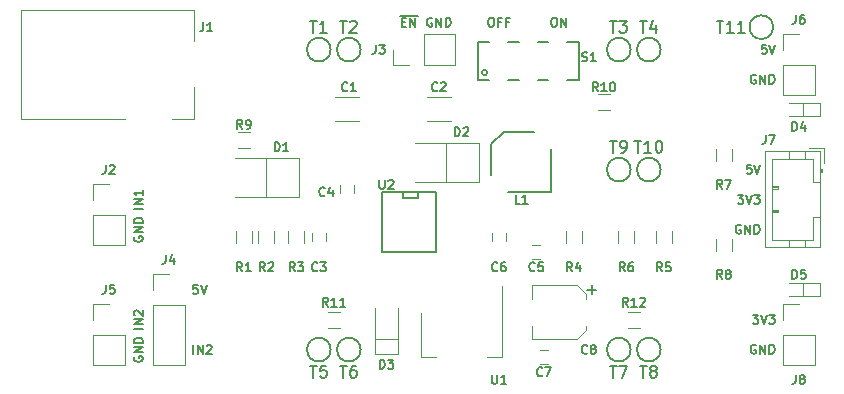
<source format=gto>
G04 #@! TF.FileFunction,Legend,Top*
%FSLAX46Y46*%
G04 Gerber Fmt 4.6, Leading zero omitted, Abs format (unit mm)*
G04 Created by KiCad (PCBNEW 4.0.6) date 08/14/17 09:10:16*
%MOMM*%
%LPD*%
G01*
G04 APERTURE LIST*
%ADD10C,0.100000*%
%ADD11C,0.127000*%
%ADD12C,0.120000*%
%ADD13C,0.150000*%
G04 APERTURE END LIST*
D10*
D11*
X146594285Y-124296714D02*
X146739428Y-124296714D01*
X146812000Y-124333000D01*
X146884571Y-124405571D01*
X146920857Y-124550714D01*
X146920857Y-124804714D01*
X146884571Y-124949857D01*
X146812000Y-125022429D01*
X146739428Y-125058714D01*
X146594285Y-125058714D01*
X146521714Y-125022429D01*
X146449143Y-124949857D01*
X146412857Y-124804714D01*
X146412857Y-124550714D01*
X146449143Y-124405571D01*
X146521714Y-124333000D01*
X146594285Y-124296714D01*
X147501429Y-124659571D02*
X147247429Y-124659571D01*
X147247429Y-125058714D02*
X147247429Y-124296714D01*
X147610286Y-124296714D01*
X148154572Y-124659571D02*
X147900572Y-124659571D01*
X147900572Y-125058714D02*
X147900572Y-124296714D01*
X148263429Y-124296714D01*
X151928285Y-124296714D02*
X152073428Y-124296714D01*
X152146000Y-124333000D01*
X152218571Y-124405571D01*
X152254857Y-124550714D01*
X152254857Y-124804714D01*
X152218571Y-124949857D01*
X152146000Y-125022429D01*
X152073428Y-125058714D01*
X151928285Y-125058714D01*
X151855714Y-125022429D01*
X151783143Y-124949857D01*
X151746857Y-124804714D01*
X151746857Y-124550714D01*
X151783143Y-124405571D01*
X151855714Y-124333000D01*
X151928285Y-124296714D01*
X152581429Y-125058714D02*
X152581429Y-124296714D01*
X153016857Y-125058714D01*
X153016857Y-124296714D01*
X121466429Y-152744714D02*
X121466429Y-151982714D01*
X121829286Y-152744714D02*
X121829286Y-151982714D01*
X122264714Y-152744714D01*
X122264714Y-151982714D01*
X122591286Y-152055286D02*
X122627572Y-152019000D01*
X122700143Y-151982714D01*
X122881572Y-151982714D01*
X122954143Y-152019000D01*
X122990429Y-152055286D01*
X123026714Y-152127857D01*
X123026714Y-152200429D01*
X122990429Y-152309286D01*
X122555000Y-152744714D01*
X123026714Y-152744714D01*
X121829286Y-146902714D02*
X121466429Y-146902714D01*
X121430143Y-147265571D01*
X121466429Y-147229286D01*
X121539000Y-147193000D01*
X121720429Y-147193000D01*
X121793000Y-147229286D01*
X121829286Y-147265571D01*
X121865571Y-147338143D01*
X121865571Y-147519571D01*
X121829286Y-147592143D01*
X121793000Y-147628429D01*
X121720429Y-147664714D01*
X121539000Y-147664714D01*
X121466429Y-147628429D01*
X121430143Y-147592143D01*
X122083285Y-146902714D02*
X122337285Y-147664714D01*
X122591285Y-146902714D01*
X167803285Y-141859000D02*
X167730714Y-141822714D01*
X167621857Y-141822714D01*
X167513000Y-141859000D01*
X167440428Y-141931571D01*
X167404143Y-142004143D01*
X167367857Y-142149286D01*
X167367857Y-142258143D01*
X167404143Y-142403286D01*
X167440428Y-142475857D01*
X167513000Y-142548429D01*
X167621857Y-142584714D01*
X167694428Y-142584714D01*
X167803285Y-142548429D01*
X167839571Y-142512143D01*
X167839571Y-142258143D01*
X167694428Y-142258143D01*
X168166143Y-142584714D02*
X168166143Y-141822714D01*
X168601571Y-142584714D01*
X168601571Y-141822714D01*
X168964429Y-142584714D02*
X168964429Y-141822714D01*
X169145857Y-141822714D01*
X169254714Y-141859000D01*
X169327286Y-141931571D01*
X169363571Y-142004143D01*
X169399857Y-142149286D01*
X169399857Y-142258143D01*
X169363571Y-142403286D01*
X169327286Y-142475857D01*
X169254714Y-142548429D01*
X169145857Y-142584714D01*
X168964429Y-142584714D01*
X169980429Y-126582714D02*
X169617572Y-126582714D01*
X169581286Y-126945571D01*
X169617572Y-126909286D01*
X169690143Y-126873000D01*
X169871572Y-126873000D01*
X169944143Y-126909286D01*
X169980429Y-126945571D01*
X170016714Y-127018143D01*
X170016714Y-127199571D01*
X169980429Y-127272143D01*
X169944143Y-127308429D01*
X169871572Y-127344714D01*
X169690143Y-127344714D01*
X169617572Y-127308429D01*
X169581286Y-127272143D01*
X170234428Y-126582714D02*
X170488428Y-127344714D01*
X170742428Y-126582714D01*
X168710429Y-136742714D02*
X168347572Y-136742714D01*
X168311286Y-137105571D01*
X168347572Y-137069286D01*
X168420143Y-137033000D01*
X168601572Y-137033000D01*
X168674143Y-137069286D01*
X168710429Y-137105571D01*
X168746714Y-137178143D01*
X168746714Y-137359571D01*
X168710429Y-137432143D01*
X168674143Y-137468429D01*
X168601572Y-137504714D01*
X168420143Y-137504714D01*
X168347572Y-137468429D01*
X168311286Y-137432143D01*
X168964428Y-136742714D02*
X169218428Y-137504714D01*
X169472428Y-136742714D01*
X169073285Y-129159000D02*
X169000714Y-129122714D01*
X168891857Y-129122714D01*
X168783000Y-129159000D01*
X168710428Y-129231571D01*
X168674143Y-129304143D01*
X168637857Y-129449286D01*
X168637857Y-129558143D01*
X168674143Y-129703286D01*
X168710428Y-129775857D01*
X168783000Y-129848429D01*
X168891857Y-129884714D01*
X168964428Y-129884714D01*
X169073285Y-129848429D01*
X169109571Y-129812143D01*
X169109571Y-129558143D01*
X168964428Y-129558143D01*
X169436143Y-129884714D02*
X169436143Y-129122714D01*
X169871571Y-129884714D01*
X169871571Y-129122714D01*
X170234429Y-129884714D02*
X170234429Y-129122714D01*
X170415857Y-129122714D01*
X170524714Y-129159000D01*
X170597286Y-129231571D01*
X170633571Y-129304143D01*
X170669857Y-129449286D01*
X170669857Y-129558143D01*
X170633571Y-129703286D01*
X170597286Y-129775857D01*
X170524714Y-129848429D01*
X170415857Y-129884714D01*
X170234429Y-129884714D01*
X167549286Y-139282714D02*
X168021000Y-139282714D01*
X167767000Y-139573000D01*
X167875858Y-139573000D01*
X167948429Y-139609286D01*
X167984715Y-139645571D01*
X168021000Y-139718143D01*
X168021000Y-139899571D01*
X167984715Y-139972143D01*
X167948429Y-140008429D01*
X167875858Y-140044714D01*
X167658143Y-140044714D01*
X167585572Y-140008429D01*
X167549286Y-139972143D01*
X168238714Y-139282714D02*
X168492714Y-140044714D01*
X168746714Y-139282714D01*
X168928143Y-139282714D02*
X169399857Y-139282714D01*
X169145857Y-139573000D01*
X169254715Y-139573000D01*
X169327286Y-139609286D01*
X169363572Y-139645571D01*
X169399857Y-139718143D01*
X169399857Y-139899571D01*
X169363572Y-139972143D01*
X169327286Y-140008429D01*
X169254715Y-140044714D01*
X169037000Y-140044714D01*
X168964429Y-140008429D01*
X168928143Y-139972143D01*
X168819286Y-149442714D02*
X169291000Y-149442714D01*
X169037000Y-149733000D01*
X169145858Y-149733000D01*
X169218429Y-149769286D01*
X169254715Y-149805571D01*
X169291000Y-149878143D01*
X169291000Y-150059571D01*
X169254715Y-150132143D01*
X169218429Y-150168429D01*
X169145858Y-150204714D01*
X168928143Y-150204714D01*
X168855572Y-150168429D01*
X168819286Y-150132143D01*
X169508714Y-149442714D02*
X169762714Y-150204714D01*
X170016714Y-149442714D01*
X170198143Y-149442714D02*
X170669857Y-149442714D01*
X170415857Y-149733000D01*
X170524715Y-149733000D01*
X170597286Y-149769286D01*
X170633572Y-149805571D01*
X170669857Y-149878143D01*
X170669857Y-150059571D01*
X170633572Y-150132143D01*
X170597286Y-150168429D01*
X170524715Y-150204714D01*
X170307000Y-150204714D01*
X170234429Y-150168429D01*
X170198143Y-150132143D01*
X169073285Y-152019000D02*
X169000714Y-151982714D01*
X168891857Y-151982714D01*
X168783000Y-152019000D01*
X168710428Y-152091571D01*
X168674143Y-152164143D01*
X168637857Y-152309286D01*
X168637857Y-152418143D01*
X168674143Y-152563286D01*
X168710428Y-152635857D01*
X168783000Y-152708429D01*
X168891857Y-152744714D01*
X168964428Y-152744714D01*
X169073285Y-152708429D01*
X169109571Y-152672143D01*
X169109571Y-152418143D01*
X168964428Y-152418143D01*
X169436143Y-152744714D02*
X169436143Y-151982714D01*
X169871571Y-152744714D01*
X169871571Y-151982714D01*
X170234429Y-152744714D02*
X170234429Y-151982714D01*
X170415857Y-151982714D01*
X170524714Y-152019000D01*
X170597286Y-152091571D01*
X170633571Y-152164143D01*
X170669857Y-152309286D01*
X170669857Y-152418143D01*
X170633571Y-152563286D01*
X170597286Y-152635857D01*
X170524714Y-152708429D01*
X170415857Y-152744714D01*
X170234429Y-152744714D01*
X141659428Y-124333000D02*
X141586857Y-124296714D01*
X141478000Y-124296714D01*
X141369143Y-124333000D01*
X141296571Y-124405571D01*
X141260286Y-124478143D01*
X141224000Y-124623286D01*
X141224000Y-124732143D01*
X141260286Y-124877286D01*
X141296571Y-124949857D01*
X141369143Y-125022429D01*
X141478000Y-125058714D01*
X141550571Y-125058714D01*
X141659428Y-125022429D01*
X141695714Y-124986143D01*
X141695714Y-124732143D01*
X141550571Y-124732143D01*
X142022286Y-125058714D02*
X142022286Y-124296714D01*
X142457714Y-125058714D01*
X142457714Y-124296714D01*
X142820572Y-125058714D02*
X142820572Y-124296714D01*
X143002000Y-124296714D01*
X143110857Y-124333000D01*
X143183429Y-124405571D01*
X143219714Y-124478143D01*
X143256000Y-124623286D01*
X143256000Y-124732143D01*
X143219714Y-124877286D01*
X143183429Y-124949857D01*
X143110857Y-125022429D01*
X143002000Y-125058714D01*
X142820572Y-125058714D01*
X139137572Y-124659571D02*
X139391572Y-124659571D01*
X139500429Y-125058714D02*
X139137572Y-125058714D01*
X139137572Y-124296714D01*
X139500429Y-124296714D01*
X139827001Y-125058714D02*
X139827001Y-124296714D01*
X140262429Y-125058714D01*
X140262429Y-124296714D01*
X138956143Y-124165360D02*
X140443858Y-124165360D01*
X117184714Y-140461999D02*
X116422714Y-140461999D01*
X117184714Y-140099142D02*
X116422714Y-140099142D01*
X117184714Y-139663714D01*
X116422714Y-139663714D01*
X117184714Y-138901714D02*
X117184714Y-139337142D01*
X117184714Y-139119428D02*
X116422714Y-139119428D01*
X116531571Y-139191999D01*
X116604143Y-139264571D01*
X116640429Y-139337142D01*
X117184714Y-150621999D02*
X116422714Y-150621999D01*
X117184714Y-150259142D02*
X116422714Y-150259142D01*
X117184714Y-149823714D01*
X116422714Y-149823714D01*
X116495286Y-149497142D02*
X116459000Y-149460856D01*
X116422714Y-149388285D01*
X116422714Y-149206856D01*
X116459000Y-149134285D01*
X116495286Y-149097999D01*
X116567857Y-149061714D01*
X116640429Y-149061714D01*
X116749286Y-149097999D01*
X117184714Y-149533428D01*
X117184714Y-149061714D01*
X116459000Y-152980572D02*
X116422714Y-153053143D01*
X116422714Y-153162000D01*
X116459000Y-153270857D01*
X116531571Y-153343429D01*
X116604143Y-153379714D01*
X116749286Y-153416000D01*
X116858143Y-153416000D01*
X117003286Y-153379714D01*
X117075857Y-153343429D01*
X117148429Y-153270857D01*
X117184714Y-153162000D01*
X117184714Y-153089429D01*
X117148429Y-152980572D01*
X117112143Y-152944286D01*
X116858143Y-152944286D01*
X116858143Y-153089429D01*
X117184714Y-152617714D02*
X116422714Y-152617714D01*
X117184714Y-152182286D01*
X116422714Y-152182286D01*
X117184714Y-151819428D02*
X116422714Y-151819428D01*
X116422714Y-151638000D01*
X116459000Y-151529143D01*
X116531571Y-151456571D01*
X116604143Y-151420286D01*
X116749286Y-151384000D01*
X116858143Y-151384000D01*
X117003286Y-151420286D01*
X117075857Y-151456571D01*
X117148429Y-151529143D01*
X117184714Y-151638000D01*
X117184714Y-151819428D01*
X116459000Y-142820572D02*
X116422714Y-142893143D01*
X116422714Y-143002000D01*
X116459000Y-143110857D01*
X116531571Y-143183429D01*
X116604143Y-143219714D01*
X116749286Y-143256000D01*
X116858143Y-143256000D01*
X117003286Y-143219714D01*
X117075857Y-143183429D01*
X117148429Y-143110857D01*
X117184714Y-143002000D01*
X117184714Y-142929429D01*
X117148429Y-142820572D01*
X117112143Y-142784286D01*
X116858143Y-142784286D01*
X116858143Y-142929429D01*
X117184714Y-142457714D02*
X116422714Y-142457714D01*
X117184714Y-142022286D01*
X116422714Y-142022286D01*
X117184714Y-141659428D02*
X116422714Y-141659428D01*
X116422714Y-141478000D01*
X116459000Y-141369143D01*
X116531571Y-141296571D01*
X116604143Y-141260286D01*
X116749286Y-141224000D01*
X116858143Y-141224000D01*
X117003286Y-141260286D01*
X117075857Y-141296571D01*
X117148429Y-141369143D01*
X117184714Y-141478000D01*
X117184714Y-141659428D01*
D12*
X173101000Y-147828000D02*
X173101000Y-146812000D01*
X174520000Y-147870000D02*
X174520000Y-146770000D01*
X174520000Y-146770000D02*
X171920000Y-146770000D01*
X174520000Y-147870000D02*
X171920000Y-147870000D01*
D13*
X146675000Y-135025000D02*
X146675000Y-137625000D01*
X146675000Y-135025000D02*
X147725000Y-133975000D01*
X147725000Y-133975000D02*
X150325000Y-133975000D01*
X151775000Y-139075000D02*
X151775000Y-135375000D01*
X151775000Y-139075000D02*
X148075000Y-139075000D01*
X141986000Y-139065000D02*
X141986000Y-144145000D01*
X141986000Y-144145000D02*
X137414000Y-144145000D01*
X137414000Y-144145000D02*
X137414000Y-139065000D01*
X137414000Y-139065000D02*
X141986000Y-139065000D01*
X140462000Y-139065000D02*
X140462000Y-139573000D01*
X140462000Y-139573000D02*
X139192000Y-139573000D01*
X139192000Y-139573000D02*
X139192000Y-139065000D01*
D12*
X132680000Y-142525000D02*
X132680000Y-143225000D01*
X131480000Y-143225000D02*
X131480000Y-142525000D01*
X135093000Y-138461000D02*
X135093000Y-139161000D01*
X133893000Y-139161000D02*
X133893000Y-138461000D01*
X150145000Y-143545000D02*
X150845000Y-143545000D01*
X150845000Y-144745000D02*
X150145000Y-144745000D01*
X146720000Y-143225000D02*
X146720000Y-142525000D01*
X147920000Y-142525000D02*
X147920000Y-143225000D01*
X150780000Y-152435000D02*
X151480000Y-152435000D01*
X151480000Y-153635000D02*
X150780000Y-153635000D01*
X150110000Y-151525000D02*
X150110000Y-150355000D01*
X150110000Y-146955000D02*
X150110000Y-148125000D01*
X154690000Y-147715000D02*
X154690000Y-148125000D01*
X154690000Y-150765000D02*
X154690000Y-150355000D01*
X153920000Y-151525000D02*
X150110000Y-151525000D01*
X153920000Y-151525000D02*
X154690000Y-150765000D01*
X153920000Y-146955000D02*
X150110000Y-146955000D01*
X153920000Y-146955000D02*
X154690000Y-147715000D01*
X112970000Y-140970000D02*
X112970000Y-143570000D01*
X112970000Y-143570000D02*
X115630000Y-143570000D01*
X115630000Y-143570000D02*
X115630000Y-140970000D01*
X115630000Y-140970000D02*
X112970000Y-140970000D01*
X112970000Y-139700000D02*
X112970000Y-138370000D01*
X112970000Y-138370000D02*
X114300000Y-138370000D01*
X140970000Y-128330000D02*
X143570000Y-128330000D01*
X143570000Y-128330000D02*
X143570000Y-125670000D01*
X143570000Y-125670000D02*
X140970000Y-125670000D01*
X140970000Y-125670000D02*
X140970000Y-128330000D01*
X139700000Y-128330000D02*
X138370000Y-128330000D01*
X138370000Y-128330000D02*
X138370000Y-127000000D01*
X118050000Y-148590000D02*
X118050000Y-153730000D01*
X118050000Y-153730000D02*
X120710000Y-153730000D01*
X120710000Y-153730000D02*
X120710000Y-148590000D01*
X120710000Y-148590000D02*
X118050000Y-148590000D01*
X118050000Y-147320000D02*
X118050000Y-145990000D01*
X118050000Y-145990000D02*
X119380000Y-145990000D01*
X112970000Y-151130000D02*
X112970000Y-153730000D01*
X112970000Y-153730000D02*
X115630000Y-153730000D01*
X115630000Y-153730000D02*
X115630000Y-151130000D01*
X115630000Y-151130000D02*
X112970000Y-151130000D01*
X112970000Y-149860000D02*
X112970000Y-148530000D01*
X112970000Y-148530000D02*
X114300000Y-148530000D01*
X171390000Y-128270000D02*
X171390000Y-130870000D01*
X171390000Y-130870000D02*
X174050000Y-130870000D01*
X174050000Y-130870000D02*
X174050000Y-128270000D01*
X174050000Y-128270000D02*
X171390000Y-128270000D01*
X171390000Y-127000000D02*
X171390000Y-125670000D01*
X171390000Y-125670000D02*
X172720000Y-125670000D01*
X171390000Y-151130000D02*
X171390000Y-153730000D01*
X171390000Y-153730000D02*
X174050000Y-153730000D01*
X174050000Y-153730000D02*
X174050000Y-151130000D01*
X174050000Y-151130000D02*
X171390000Y-151130000D01*
X171390000Y-149860000D02*
X171390000Y-148530000D01*
X171390000Y-148530000D02*
X172720000Y-148530000D01*
D13*
X146343607Y-128940000D02*
G75*
G03X146343607Y-128940000I-223607J0D01*
G01*
X153120000Y-129540000D02*
X154070000Y-129540000D01*
X154070000Y-129540000D02*
X154070000Y-126340000D01*
X154070000Y-126340000D02*
X153120000Y-126340000D01*
X146520000Y-126340000D02*
X145570000Y-126340000D01*
X145570000Y-126340000D02*
X145570000Y-129540000D01*
X145570000Y-129540000D02*
X146520000Y-129540000D01*
X150620000Y-126340000D02*
X151520000Y-126340000D01*
X150620000Y-129540000D02*
X151520000Y-129540000D01*
X148120000Y-126340000D02*
X149020000Y-126340000D01*
X148120000Y-129540000D02*
X148920000Y-129540000D01*
X148920000Y-129540000D02*
X149020000Y-129540000D01*
X133080000Y-127000000D02*
G75*
G03X133080000Y-127000000I-1000000J0D01*
G01*
X135620000Y-127000000D02*
G75*
G03X135620000Y-127000000I-1000000J0D01*
G01*
X158480000Y-127000000D02*
G75*
G03X158480000Y-127000000I-1000000J0D01*
G01*
X161020000Y-127000000D02*
G75*
G03X161020000Y-127000000I-1000000J0D01*
G01*
X133080000Y-152400000D02*
G75*
G03X133080000Y-152400000I-1000000J0D01*
G01*
X135620000Y-152400000D02*
G75*
G03X135620000Y-152400000I-1000000J0D01*
G01*
X158480000Y-152400000D02*
G75*
G03X158480000Y-152400000I-1000000J0D01*
G01*
X161020000Y-152400000D02*
G75*
G03X161020000Y-152400000I-1000000J0D01*
G01*
X158480000Y-137160000D02*
G75*
G03X158480000Y-137160000I-1000000J0D01*
G01*
D12*
X140735000Y-153040000D02*
X141995000Y-153040000D01*
X147555000Y-153040000D02*
X146295000Y-153040000D01*
X140735000Y-149280000D02*
X140735000Y-153040000D01*
X147555000Y-147030000D02*
X147555000Y-153040000D01*
D13*
X161020000Y-137160000D02*
G75*
G03X161020000Y-137160000I-1000000J0D01*
G01*
X170545000Y-125095000D02*
G75*
G03X170545000Y-125095000I-1000000J0D01*
G01*
D12*
X142846000Y-138175000D02*
X142846000Y-134875000D01*
X145640000Y-138175000D02*
X145640000Y-134875000D01*
X145640000Y-134875000D02*
X140240000Y-134875000D01*
X145640000Y-138175000D02*
X140240000Y-138175000D01*
X127606000Y-139445000D02*
X127606000Y-136145000D01*
X130400000Y-139445000D02*
X130400000Y-136145000D01*
X130400000Y-136145000D02*
X125000000Y-136145000D01*
X130400000Y-139445000D02*
X125000000Y-139445000D01*
X136795000Y-151475000D02*
X138795000Y-151475000D01*
X136795000Y-152745000D02*
X138795000Y-152745000D01*
X138795000Y-152745000D02*
X138795000Y-148845000D01*
X136795000Y-152745000D02*
X136795000Y-148845000D01*
X159250000Y-150540000D02*
X158250000Y-150540000D01*
X158250000Y-149180000D02*
X159250000Y-149180000D01*
X133850000Y-150540000D02*
X132850000Y-150540000D01*
X132850000Y-149180000D02*
X133850000Y-149180000D01*
X156710000Y-132125000D02*
X155710000Y-132125000D01*
X155710000Y-130765000D02*
X156710000Y-130765000D01*
X126230000Y-135300000D02*
X125230000Y-135300000D01*
X125230000Y-133940000D02*
X126230000Y-133940000D01*
X167050000Y-143010000D02*
X167050000Y-144010000D01*
X165690000Y-144010000D02*
X165690000Y-143010000D01*
X165690000Y-136390000D02*
X165690000Y-135390000D01*
X167050000Y-135390000D02*
X167050000Y-136390000D01*
X157435000Y-143375000D02*
X157435000Y-142375000D01*
X158795000Y-142375000D02*
X158795000Y-143375000D01*
X161970000Y-142375000D02*
X161970000Y-143375000D01*
X160610000Y-143375000D02*
X160610000Y-142375000D01*
X152990000Y-143375000D02*
X152990000Y-142375000D01*
X154350000Y-142375000D02*
X154350000Y-143375000D01*
X130855000Y-142375000D02*
X130855000Y-143375000D01*
X129495000Y-143375000D02*
X129495000Y-142375000D01*
X128315000Y-142375000D02*
X128315000Y-143375000D01*
X126955000Y-143375000D02*
X126955000Y-142375000D01*
X125050000Y-143375000D02*
X125050000Y-142375000D01*
X126410000Y-142375000D02*
X126410000Y-143375000D01*
X135467600Y-131009200D02*
X133467600Y-131009200D01*
X133467600Y-133049200D02*
X135467600Y-133049200D01*
X141240000Y-133049200D02*
X143240000Y-133049200D01*
X143240000Y-131009200D02*
X141240000Y-131009200D01*
X173101000Y-132588000D02*
X173101000Y-131572000D01*
X174520000Y-132630000D02*
X174520000Y-131530000D01*
X174520000Y-131530000D02*
X171920000Y-131530000D01*
X174520000Y-132630000D02*
X171920000Y-132630000D01*
X174520000Y-135618000D02*
X169820000Y-135618000D01*
X169820000Y-135618000D02*
X169820000Y-143718000D01*
X169820000Y-143718000D02*
X174520000Y-143718000D01*
X174520000Y-143718000D02*
X174520000Y-135618000D01*
X174520000Y-138168000D02*
X173920000Y-138168000D01*
X173920000Y-138168000D02*
X173920000Y-136218000D01*
X173920000Y-136218000D02*
X170420000Y-136218000D01*
X170420000Y-136218000D02*
X170420000Y-143118000D01*
X170420000Y-143118000D02*
X173920000Y-143118000D01*
X173920000Y-143118000D02*
X173920000Y-141168000D01*
X173920000Y-141168000D02*
X174520000Y-141168000D01*
X173220000Y-135618000D02*
X173220000Y-136218000D01*
X171920000Y-135618000D02*
X171920000Y-136218000D01*
X173220000Y-143718000D02*
X173220000Y-143118000D01*
X171920000Y-143718000D02*
X171920000Y-143118000D01*
X174520000Y-137368000D02*
X174720000Y-137368000D01*
X174720000Y-137368000D02*
X174720000Y-137068000D01*
X174720000Y-137068000D02*
X174520000Y-137068000D01*
X174620000Y-137368000D02*
X174620000Y-137068000D01*
X170420000Y-138568000D02*
X170920000Y-138568000D01*
X170920000Y-138568000D02*
X170920000Y-138768000D01*
X170920000Y-138768000D02*
X170420000Y-138768000D01*
X170420000Y-138668000D02*
X170920000Y-138668000D01*
X170420000Y-140568000D02*
X170920000Y-140568000D01*
X170920000Y-140568000D02*
X170920000Y-140768000D01*
X170920000Y-140768000D02*
X170420000Y-140768000D01*
X170420000Y-140668000D02*
X170920000Y-140668000D01*
X174820000Y-136568000D02*
X174820000Y-135318000D01*
X174820000Y-135318000D02*
X173570000Y-135318000D01*
X115650000Y-132870000D02*
X106850000Y-132870000D01*
X106850000Y-132870000D02*
X106850000Y-123670000D01*
X121550000Y-130170000D02*
X121550000Y-132870000D01*
X121550000Y-132870000D02*
X119650000Y-132870000D01*
X106850000Y-123670000D02*
X121550000Y-123670000D01*
X121550000Y-123670000D02*
X121550000Y-126270000D01*
D13*
X172157572Y-146394714D02*
X172157572Y-145632714D01*
X172339000Y-145632714D01*
X172447857Y-145669000D01*
X172520429Y-145741571D01*
X172556714Y-145814143D01*
X172593000Y-145959286D01*
X172593000Y-146068143D01*
X172556714Y-146213286D01*
X172520429Y-146285857D01*
X172447857Y-146358429D01*
X172339000Y-146394714D01*
X172157572Y-146394714D01*
X173282429Y-145632714D02*
X172919572Y-145632714D01*
X172883286Y-145995571D01*
X172919572Y-145959286D01*
X172992143Y-145923000D01*
X173173572Y-145923000D01*
X173246143Y-145959286D01*
X173282429Y-145995571D01*
X173318714Y-146068143D01*
X173318714Y-146249571D01*
X173282429Y-146322143D01*
X173246143Y-146358429D01*
X173173572Y-146394714D01*
X172992143Y-146394714D01*
X172919572Y-146358429D01*
X172883286Y-146322143D01*
X149098001Y-140044714D02*
X148735144Y-140044714D01*
X148735144Y-139282714D01*
X149751143Y-140044714D02*
X149315715Y-140044714D01*
X149533429Y-140044714D02*
X149533429Y-139282714D01*
X149460858Y-139391571D01*
X149388286Y-139464143D01*
X149315715Y-139500429D01*
X137214429Y-138012714D02*
X137214429Y-138629571D01*
X137250714Y-138702143D01*
X137287000Y-138738429D01*
X137359571Y-138774714D01*
X137504714Y-138774714D01*
X137577286Y-138738429D01*
X137613571Y-138702143D01*
X137649857Y-138629571D01*
X137649857Y-138012714D01*
X137976429Y-138085286D02*
X138012715Y-138049000D01*
X138085286Y-138012714D01*
X138266715Y-138012714D01*
X138339286Y-138049000D01*
X138375572Y-138085286D01*
X138411857Y-138157857D01*
X138411857Y-138230429D01*
X138375572Y-138339286D01*
X137940143Y-138774714D01*
X138411857Y-138774714D01*
X131953000Y-145687143D02*
X131916714Y-145723429D01*
X131807857Y-145759714D01*
X131735286Y-145759714D01*
X131626429Y-145723429D01*
X131553857Y-145650857D01*
X131517572Y-145578286D01*
X131481286Y-145433143D01*
X131481286Y-145324286D01*
X131517572Y-145179143D01*
X131553857Y-145106571D01*
X131626429Y-145034000D01*
X131735286Y-144997714D01*
X131807857Y-144997714D01*
X131916714Y-145034000D01*
X131953000Y-145070286D01*
X132207000Y-144997714D02*
X132678714Y-144997714D01*
X132424714Y-145288000D01*
X132533572Y-145288000D01*
X132606143Y-145324286D01*
X132642429Y-145360571D01*
X132678714Y-145433143D01*
X132678714Y-145614571D01*
X132642429Y-145687143D01*
X132606143Y-145723429D01*
X132533572Y-145759714D01*
X132315857Y-145759714D01*
X132243286Y-145723429D01*
X132207000Y-145687143D01*
X132588000Y-139337143D02*
X132551714Y-139373429D01*
X132442857Y-139409714D01*
X132370286Y-139409714D01*
X132261429Y-139373429D01*
X132188857Y-139300857D01*
X132152572Y-139228286D01*
X132116286Y-139083143D01*
X132116286Y-138974286D01*
X132152572Y-138829143D01*
X132188857Y-138756571D01*
X132261429Y-138684000D01*
X132370286Y-138647714D01*
X132442857Y-138647714D01*
X132551714Y-138684000D01*
X132588000Y-138720286D01*
X133241143Y-138901714D02*
X133241143Y-139409714D01*
X133059714Y-138611429D02*
X132878286Y-139155714D01*
X133350000Y-139155714D01*
X150368000Y-145687143D02*
X150331714Y-145723429D01*
X150222857Y-145759714D01*
X150150286Y-145759714D01*
X150041429Y-145723429D01*
X149968857Y-145650857D01*
X149932572Y-145578286D01*
X149896286Y-145433143D01*
X149896286Y-145324286D01*
X149932572Y-145179143D01*
X149968857Y-145106571D01*
X150041429Y-145034000D01*
X150150286Y-144997714D01*
X150222857Y-144997714D01*
X150331714Y-145034000D01*
X150368000Y-145070286D01*
X151057429Y-144997714D02*
X150694572Y-144997714D01*
X150658286Y-145360571D01*
X150694572Y-145324286D01*
X150767143Y-145288000D01*
X150948572Y-145288000D01*
X151021143Y-145324286D01*
X151057429Y-145360571D01*
X151093714Y-145433143D01*
X151093714Y-145614571D01*
X151057429Y-145687143D01*
X151021143Y-145723429D01*
X150948572Y-145759714D01*
X150767143Y-145759714D01*
X150694572Y-145723429D01*
X150658286Y-145687143D01*
X147193000Y-145687143D02*
X147156714Y-145723429D01*
X147047857Y-145759714D01*
X146975286Y-145759714D01*
X146866429Y-145723429D01*
X146793857Y-145650857D01*
X146757572Y-145578286D01*
X146721286Y-145433143D01*
X146721286Y-145324286D01*
X146757572Y-145179143D01*
X146793857Y-145106571D01*
X146866429Y-145034000D01*
X146975286Y-144997714D01*
X147047857Y-144997714D01*
X147156714Y-145034000D01*
X147193000Y-145070286D01*
X147846143Y-144997714D02*
X147701000Y-144997714D01*
X147628429Y-145034000D01*
X147592143Y-145070286D01*
X147519572Y-145179143D01*
X147483286Y-145324286D01*
X147483286Y-145614571D01*
X147519572Y-145687143D01*
X147555857Y-145723429D01*
X147628429Y-145759714D01*
X147773572Y-145759714D01*
X147846143Y-145723429D01*
X147882429Y-145687143D01*
X147918714Y-145614571D01*
X147918714Y-145433143D01*
X147882429Y-145360571D01*
X147846143Y-145324286D01*
X147773572Y-145288000D01*
X147628429Y-145288000D01*
X147555857Y-145324286D01*
X147519572Y-145360571D01*
X147483286Y-145433143D01*
X151003000Y-154577143D02*
X150966714Y-154613429D01*
X150857857Y-154649714D01*
X150785286Y-154649714D01*
X150676429Y-154613429D01*
X150603857Y-154540857D01*
X150567572Y-154468286D01*
X150531286Y-154323143D01*
X150531286Y-154214286D01*
X150567572Y-154069143D01*
X150603857Y-153996571D01*
X150676429Y-153924000D01*
X150785286Y-153887714D01*
X150857857Y-153887714D01*
X150966714Y-153924000D01*
X151003000Y-153960286D01*
X151257000Y-153887714D02*
X151765000Y-153887714D01*
X151438429Y-154649714D01*
X154813000Y-152672143D02*
X154776714Y-152708429D01*
X154667857Y-152744714D01*
X154595286Y-152744714D01*
X154486429Y-152708429D01*
X154413857Y-152635857D01*
X154377572Y-152563286D01*
X154341286Y-152418143D01*
X154341286Y-152309286D01*
X154377572Y-152164143D01*
X154413857Y-152091571D01*
X154486429Y-152019000D01*
X154595286Y-151982714D01*
X154667857Y-151982714D01*
X154776714Y-152019000D01*
X154813000Y-152055286D01*
X155248429Y-152309286D02*
X155175857Y-152273000D01*
X155139572Y-152236714D01*
X155103286Y-152164143D01*
X155103286Y-152127857D01*
X155139572Y-152055286D01*
X155175857Y-152019000D01*
X155248429Y-151982714D01*
X155393572Y-151982714D01*
X155466143Y-152019000D01*
X155502429Y-152055286D01*
X155538714Y-152127857D01*
X155538714Y-152164143D01*
X155502429Y-152236714D01*
X155466143Y-152273000D01*
X155393572Y-152309286D01*
X155248429Y-152309286D01*
X155175857Y-152345571D01*
X155139572Y-152381857D01*
X155103286Y-152454429D01*
X155103286Y-152599571D01*
X155139572Y-152672143D01*
X155175857Y-152708429D01*
X155248429Y-152744714D01*
X155393572Y-152744714D01*
X155466143Y-152708429D01*
X155502429Y-152672143D01*
X155538714Y-152599571D01*
X155538714Y-152454429D01*
X155502429Y-152381857D01*
X155466143Y-152345571D01*
X155393572Y-152309286D01*
X154799048Y-147306429D02*
X155560953Y-147306429D01*
X155180001Y-147687381D02*
X155180001Y-146925476D01*
X114046001Y-136742714D02*
X114046001Y-137287000D01*
X114009715Y-137395857D01*
X113937144Y-137468429D01*
X113828287Y-137504714D01*
X113755715Y-137504714D01*
X114372572Y-136815286D02*
X114408858Y-136779000D01*
X114481429Y-136742714D01*
X114662858Y-136742714D01*
X114735429Y-136779000D01*
X114771715Y-136815286D01*
X114808000Y-136887857D01*
X114808000Y-136960429D01*
X114771715Y-137069286D01*
X114336286Y-137504714D01*
X114808000Y-137504714D01*
X136906001Y-126582714D02*
X136906001Y-127127000D01*
X136869715Y-127235857D01*
X136797144Y-127308429D01*
X136688287Y-127344714D01*
X136615715Y-127344714D01*
X137196286Y-126582714D02*
X137668000Y-126582714D01*
X137414000Y-126873000D01*
X137522858Y-126873000D01*
X137595429Y-126909286D01*
X137631715Y-126945571D01*
X137668000Y-127018143D01*
X137668000Y-127199571D01*
X137631715Y-127272143D01*
X137595429Y-127308429D01*
X137522858Y-127344714D01*
X137305143Y-127344714D01*
X137232572Y-127308429D01*
X137196286Y-127272143D01*
X119126001Y-144362714D02*
X119126001Y-144907000D01*
X119089715Y-145015857D01*
X119017144Y-145088429D01*
X118908287Y-145124714D01*
X118835715Y-145124714D01*
X119815429Y-144616714D02*
X119815429Y-145124714D01*
X119634000Y-144326429D02*
X119452572Y-144870714D01*
X119924286Y-144870714D01*
X114046001Y-146902714D02*
X114046001Y-147447000D01*
X114009715Y-147555857D01*
X113937144Y-147628429D01*
X113828287Y-147664714D01*
X113755715Y-147664714D01*
X114771715Y-146902714D02*
X114408858Y-146902714D01*
X114372572Y-147265571D01*
X114408858Y-147229286D01*
X114481429Y-147193000D01*
X114662858Y-147193000D01*
X114735429Y-147229286D01*
X114771715Y-147265571D01*
X114808000Y-147338143D01*
X114808000Y-147519571D01*
X114771715Y-147592143D01*
X114735429Y-147628429D01*
X114662858Y-147664714D01*
X114481429Y-147664714D01*
X114408858Y-147628429D01*
X114372572Y-147592143D01*
X172466001Y-124042714D02*
X172466001Y-124587000D01*
X172429715Y-124695857D01*
X172357144Y-124768429D01*
X172248287Y-124804714D01*
X172175715Y-124804714D01*
X173155429Y-124042714D02*
X173010286Y-124042714D01*
X172937715Y-124079000D01*
X172901429Y-124115286D01*
X172828858Y-124224143D01*
X172792572Y-124369286D01*
X172792572Y-124659571D01*
X172828858Y-124732143D01*
X172865143Y-124768429D01*
X172937715Y-124804714D01*
X173082858Y-124804714D01*
X173155429Y-124768429D01*
X173191715Y-124732143D01*
X173228000Y-124659571D01*
X173228000Y-124478143D01*
X173191715Y-124405571D01*
X173155429Y-124369286D01*
X173082858Y-124333000D01*
X172937715Y-124333000D01*
X172865143Y-124369286D01*
X172828858Y-124405571D01*
X172792572Y-124478143D01*
X172466001Y-154522714D02*
X172466001Y-155067000D01*
X172429715Y-155175857D01*
X172357144Y-155248429D01*
X172248287Y-155284714D01*
X172175715Y-155284714D01*
X172937715Y-154849286D02*
X172865143Y-154813000D01*
X172828858Y-154776714D01*
X172792572Y-154704143D01*
X172792572Y-154667857D01*
X172828858Y-154595286D01*
X172865143Y-154559000D01*
X172937715Y-154522714D01*
X173082858Y-154522714D01*
X173155429Y-154559000D01*
X173191715Y-154595286D01*
X173228000Y-154667857D01*
X173228000Y-154704143D01*
X173191715Y-154776714D01*
X173155429Y-154813000D01*
X173082858Y-154849286D01*
X172937715Y-154849286D01*
X172865143Y-154885571D01*
X172828858Y-154921857D01*
X172792572Y-154994429D01*
X172792572Y-155139571D01*
X172828858Y-155212143D01*
X172865143Y-155248429D01*
X172937715Y-155284714D01*
X173082858Y-155284714D01*
X173155429Y-155248429D01*
X173191715Y-155212143D01*
X173228000Y-155139571D01*
X173228000Y-154994429D01*
X173191715Y-154921857D01*
X173155429Y-154885571D01*
X173082858Y-154849286D01*
X154359429Y-127943429D02*
X154468286Y-127979714D01*
X154649715Y-127979714D01*
X154722286Y-127943429D01*
X154758572Y-127907143D01*
X154794857Y-127834571D01*
X154794857Y-127762000D01*
X154758572Y-127689429D01*
X154722286Y-127653143D01*
X154649715Y-127616857D01*
X154504572Y-127580571D01*
X154432000Y-127544286D01*
X154395715Y-127508000D01*
X154359429Y-127435429D01*
X154359429Y-127362857D01*
X154395715Y-127290286D01*
X154432000Y-127254000D01*
X154504572Y-127217714D01*
X154686000Y-127217714D01*
X154794857Y-127254000D01*
X155520571Y-127979714D02*
X155085143Y-127979714D01*
X155302857Y-127979714D02*
X155302857Y-127217714D01*
X155230286Y-127326571D01*
X155157714Y-127399143D01*
X155085143Y-127435429D01*
X131318095Y-124547381D02*
X131889524Y-124547381D01*
X131603809Y-125547381D02*
X131603809Y-124547381D01*
X132746667Y-125547381D02*
X132175238Y-125547381D01*
X132460952Y-125547381D02*
X132460952Y-124547381D01*
X132365714Y-124690238D01*
X132270476Y-124785476D01*
X132175238Y-124833095D01*
X133858095Y-124547381D02*
X134429524Y-124547381D01*
X134143809Y-125547381D02*
X134143809Y-124547381D01*
X134715238Y-124642619D02*
X134762857Y-124595000D01*
X134858095Y-124547381D01*
X135096191Y-124547381D01*
X135191429Y-124595000D01*
X135239048Y-124642619D01*
X135286667Y-124737857D01*
X135286667Y-124833095D01*
X135239048Y-124975952D01*
X134667619Y-125547381D01*
X135286667Y-125547381D01*
X156718095Y-124547381D02*
X157289524Y-124547381D01*
X157003809Y-125547381D02*
X157003809Y-124547381D01*
X157527619Y-124547381D02*
X158146667Y-124547381D01*
X157813333Y-124928333D01*
X157956191Y-124928333D01*
X158051429Y-124975952D01*
X158099048Y-125023571D01*
X158146667Y-125118810D01*
X158146667Y-125356905D01*
X158099048Y-125452143D01*
X158051429Y-125499762D01*
X157956191Y-125547381D01*
X157670476Y-125547381D01*
X157575238Y-125499762D01*
X157527619Y-125452143D01*
X159258095Y-124547381D02*
X159829524Y-124547381D01*
X159543809Y-125547381D02*
X159543809Y-124547381D01*
X160591429Y-124880714D02*
X160591429Y-125547381D01*
X160353333Y-124499762D02*
X160115238Y-125214048D01*
X160734286Y-125214048D01*
X131318095Y-153757381D02*
X131889524Y-153757381D01*
X131603809Y-154757381D02*
X131603809Y-153757381D01*
X132699048Y-153757381D02*
X132222857Y-153757381D01*
X132175238Y-154233571D01*
X132222857Y-154185952D01*
X132318095Y-154138333D01*
X132556191Y-154138333D01*
X132651429Y-154185952D01*
X132699048Y-154233571D01*
X132746667Y-154328810D01*
X132746667Y-154566905D01*
X132699048Y-154662143D01*
X132651429Y-154709762D01*
X132556191Y-154757381D01*
X132318095Y-154757381D01*
X132222857Y-154709762D01*
X132175238Y-154662143D01*
X133858095Y-153757381D02*
X134429524Y-153757381D01*
X134143809Y-154757381D02*
X134143809Y-153757381D01*
X135191429Y-153757381D02*
X135000952Y-153757381D01*
X134905714Y-153805000D01*
X134858095Y-153852619D01*
X134762857Y-153995476D01*
X134715238Y-154185952D01*
X134715238Y-154566905D01*
X134762857Y-154662143D01*
X134810476Y-154709762D01*
X134905714Y-154757381D01*
X135096191Y-154757381D01*
X135191429Y-154709762D01*
X135239048Y-154662143D01*
X135286667Y-154566905D01*
X135286667Y-154328810D01*
X135239048Y-154233571D01*
X135191429Y-154185952D01*
X135096191Y-154138333D01*
X134905714Y-154138333D01*
X134810476Y-154185952D01*
X134762857Y-154233571D01*
X134715238Y-154328810D01*
X156718095Y-153757381D02*
X157289524Y-153757381D01*
X157003809Y-154757381D02*
X157003809Y-153757381D01*
X157527619Y-153757381D02*
X158194286Y-153757381D01*
X157765714Y-154757381D01*
X159258095Y-153757381D02*
X159829524Y-153757381D01*
X159543809Y-154757381D02*
X159543809Y-153757381D01*
X160305714Y-154185952D02*
X160210476Y-154138333D01*
X160162857Y-154090714D01*
X160115238Y-153995476D01*
X160115238Y-153947857D01*
X160162857Y-153852619D01*
X160210476Y-153805000D01*
X160305714Y-153757381D01*
X160496191Y-153757381D01*
X160591429Y-153805000D01*
X160639048Y-153852619D01*
X160686667Y-153947857D01*
X160686667Y-153995476D01*
X160639048Y-154090714D01*
X160591429Y-154138333D01*
X160496191Y-154185952D01*
X160305714Y-154185952D01*
X160210476Y-154233571D01*
X160162857Y-154281190D01*
X160115238Y-154376429D01*
X160115238Y-154566905D01*
X160162857Y-154662143D01*
X160210476Y-154709762D01*
X160305714Y-154757381D01*
X160496191Y-154757381D01*
X160591429Y-154709762D01*
X160639048Y-154662143D01*
X160686667Y-154566905D01*
X160686667Y-154376429D01*
X160639048Y-154281190D01*
X160591429Y-154233571D01*
X160496191Y-154185952D01*
X156718095Y-134707381D02*
X157289524Y-134707381D01*
X157003809Y-135707381D02*
X157003809Y-134707381D01*
X157670476Y-135707381D02*
X157860952Y-135707381D01*
X157956191Y-135659762D01*
X158003810Y-135612143D01*
X158099048Y-135469286D01*
X158146667Y-135278810D01*
X158146667Y-134897857D01*
X158099048Y-134802619D01*
X158051429Y-134755000D01*
X157956191Y-134707381D01*
X157765714Y-134707381D01*
X157670476Y-134755000D01*
X157622857Y-134802619D01*
X157575238Y-134897857D01*
X157575238Y-135135952D01*
X157622857Y-135231190D01*
X157670476Y-135278810D01*
X157765714Y-135326429D01*
X157956191Y-135326429D01*
X158051429Y-135278810D01*
X158099048Y-135231190D01*
X158146667Y-135135952D01*
X146739429Y-154522714D02*
X146739429Y-155139571D01*
X146775714Y-155212143D01*
X146812000Y-155248429D01*
X146884571Y-155284714D01*
X147029714Y-155284714D01*
X147102286Y-155248429D01*
X147138571Y-155212143D01*
X147174857Y-155139571D01*
X147174857Y-154522714D01*
X147936857Y-155284714D02*
X147501429Y-155284714D01*
X147719143Y-155284714D02*
X147719143Y-154522714D01*
X147646572Y-154631571D01*
X147574000Y-154704143D01*
X147501429Y-154740429D01*
X158781905Y-134707381D02*
X159353334Y-134707381D01*
X159067619Y-135707381D02*
X159067619Y-134707381D01*
X160210477Y-135707381D02*
X159639048Y-135707381D01*
X159924762Y-135707381D02*
X159924762Y-134707381D01*
X159829524Y-134850238D01*
X159734286Y-134945476D01*
X159639048Y-134993095D01*
X160829524Y-134707381D02*
X160924763Y-134707381D01*
X161020001Y-134755000D01*
X161067620Y-134802619D01*
X161115239Y-134897857D01*
X161162858Y-135088333D01*
X161162858Y-135326429D01*
X161115239Y-135516905D01*
X161067620Y-135612143D01*
X161020001Y-135659762D01*
X160924763Y-135707381D01*
X160829524Y-135707381D01*
X160734286Y-135659762D01*
X160686667Y-135612143D01*
X160639048Y-135516905D01*
X160591429Y-135326429D01*
X160591429Y-135088333D01*
X160639048Y-134897857D01*
X160686667Y-134802619D01*
X160734286Y-134755000D01*
X160829524Y-134707381D01*
X165766905Y-124547381D02*
X166338334Y-124547381D01*
X166052619Y-125547381D02*
X166052619Y-124547381D01*
X167195477Y-125547381D02*
X166624048Y-125547381D01*
X166909762Y-125547381D02*
X166909762Y-124547381D01*
X166814524Y-124690238D01*
X166719286Y-124785476D01*
X166624048Y-124833095D01*
X168147858Y-125547381D02*
X167576429Y-125547381D01*
X167862143Y-125547381D02*
X167862143Y-124547381D01*
X167766905Y-124690238D01*
X167671667Y-124785476D01*
X167576429Y-124833095D01*
X143582572Y-134329714D02*
X143582572Y-133567714D01*
X143764000Y-133567714D01*
X143872857Y-133604000D01*
X143945429Y-133676571D01*
X143981714Y-133749143D01*
X144018000Y-133894286D01*
X144018000Y-134003143D01*
X143981714Y-134148286D01*
X143945429Y-134220857D01*
X143872857Y-134293429D01*
X143764000Y-134329714D01*
X143582572Y-134329714D01*
X144308286Y-133640286D02*
X144344572Y-133604000D01*
X144417143Y-133567714D01*
X144598572Y-133567714D01*
X144671143Y-133604000D01*
X144707429Y-133640286D01*
X144743714Y-133712857D01*
X144743714Y-133785429D01*
X144707429Y-133894286D01*
X144272000Y-134329714D01*
X144743714Y-134329714D01*
X128342572Y-135599714D02*
X128342572Y-134837714D01*
X128524000Y-134837714D01*
X128632857Y-134874000D01*
X128705429Y-134946571D01*
X128741714Y-135019143D01*
X128778000Y-135164286D01*
X128778000Y-135273143D01*
X128741714Y-135418286D01*
X128705429Y-135490857D01*
X128632857Y-135563429D01*
X128524000Y-135599714D01*
X128342572Y-135599714D01*
X129503714Y-135599714D02*
X129068286Y-135599714D01*
X129286000Y-135599714D02*
X129286000Y-134837714D01*
X129213429Y-134946571D01*
X129140857Y-135019143D01*
X129068286Y-135055429D01*
X137232572Y-154014714D02*
X137232572Y-153252714D01*
X137414000Y-153252714D01*
X137522857Y-153289000D01*
X137595429Y-153361571D01*
X137631714Y-153434143D01*
X137668000Y-153579286D01*
X137668000Y-153688143D01*
X137631714Y-153833286D01*
X137595429Y-153905857D01*
X137522857Y-153978429D01*
X137414000Y-154014714D01*
X137232572Y-154014714D01*
X137922000Y-153252714D02*
X138393714Y-153252714D01*
X138139714Y-153543000D01*
X138248572Y-153543000D01*
X138321143Y-153579286D01*
X138357429Y-153615571D01*
X138393714Y-153688143D01*
X138393714Y-153869571D01*
X138357429Y-153942143D01*
X138321143Y-153978429D01*
X138248572Y-154014714D01*
X138030857Y-154014714D01*
X137958286Y-153978429D01*
X137922000Y-153942143D01*
X158260143Y-148754714D02*
X158006143Y-148391857D01*
X157824715Y-148754714D02*
X157824715Y-147992714D01*
X158115000Y-147992714D01*
X158187572Y-148029000D01*
X158223857Y-148065286D01*
X158260143Y-148137857D01*
X158260143Y-148246714D01*
X158223857Y-148319286D01*
X158187572Y-148355571D01*
X158115000Y-148391857D01*
X157824715Y-148391857D01*
X158985857Y-148754714D02*
X158550429Y-148754714D01*
X158768143Y-148754714D02*
X158768143Y-147992714D01*
X158695572Y-148101571D01*
X158623000Y-148174143D01*
X158550429Y-148210429D01*
X159276143Y-148065286D02*
X159312429Y-148029000D01*
X159385000Y-147992714D01*
X159566429Y-147992714D01*
X159639000Y-148029000D01*
X159675286Y-148065286D01*
X159711571Y-148137857D01*
X159711571Y-148210429D01*
X159675286Y-148319286D01*
X159239857Y-148754714D01*
X159711571Y-148754714D01*
X132860143Y-148754714D02*
X132606143Y-148391857D01*
X132424715Y-148754714D02*
X132424715Y-147992714D01*
X132715000Y-147992714D01*
X132787572Y-148029000D01*
X132823857Y-148065286D01*
X132860143Y-148137857D01*
X132860143Y-148246714D01*
X132823857Y-148319286D01*
X132787572Y-148355571D01*
X132715000Y-148391857D01*
X132424715Y-148391857D01*
X133585857Y-148754714D02*
X133150429Y-148754714D01*
X133368143Y-148754714D02*
X133368143Y-147992714D01*
X133295572Y-148101571D01*
X133223000Y-148174143D01*
X133150429Y-148210429D01*
X134311571Y-148754714D02*
X133876143Y-148754714D01*
X134093857Y-148754714D02*
X134093857Y-147992714D01*
X134021286Y-148101571D01*
X133948714Y-148174143D01*
X133876143Y-148210429D01*
X155720143Y-130519714D02*
X155466143Y-130156857D01*
X155284715Y-130519714D02*
X155284715Y-129757714D01*
X155575000Y-129757714D01*
X155647572Y-129794000D01*
X155683857Y-129830286D01*
X155720143Y-129902857D01*
X155720143Y-130011714D01*
X155683857Y-130084286D01*
X155647572Y-130120571D01*
X155575000Y-130156857D01*
X155284715Y-130156857D01*
X156445857Y-130519714D02*
X156010429Y-130519714D01*
X156228143Y-130519714D02*
X156228143Y-129757714D01*
X156155572Y-129866571D01*
X156083000Y-129939143D01*
X156010429Y-129975429D01*
X156917571Y-129757714D02*
X156990143Y-129757714D01*
X157062714Y-129794000D01*
X157099000Y-129830286D01*
X157135286Y-129902857D01*
X157171571Y-130048000D01*
X157171571Y-130229429D01*
X157135286Y-130374571D01*
X157099000Y-130447143D01*
X157062714Y-130483429D01*
X156990143Y-130519714D01*
X156917571Y-130519714D01*
X156845000Y-130483429D01*
X156808714Y-130447143D01*
X156772429Y-130374571D01*
X156736143Y-130229429D01*
X156736143Y-130048000D01*
X156772429Y-129902857D01*
X156808714Y-129830286D01*
X156845000Y-129794000D01*
X156917571Y-129757714D01*
X125603000Y-133694714D02*
X125349000Y-133331857D01*
X125167572Y-133694714D02*
X125167572Y-132932714D01*
X125457857Y-132932714D01*
X125530429Y-132969000D01*
X125566714Y-133005286D01*
X125603000Y-133077857D01*
X125603000Y-133186714D01*
X125566714Y-133259286D01*
X125530429Y-133295571D01*
X125457857Y-133331857D01*
X125167572Y-133331857D01*
X125965857Y-133694714D02*
X126111000Y-133694714D01*
X126183572Y-133658429D01*
X126219857Y-133622143D01*
X126292429Y-133513286D01*
X126328714Y-133368143D01*
X126328714Y-133077857D01*
X126292429Y-133005286D01*
X126256143Y-132969000D01*
X126183572Y-132932714D01*
X126038429Y-132932714D01*
X125965857Y-132969000D01*
X125929572Y-133005286D01*
X125893286Y-133077857D01*
X125893286Y-133259286D01*
X125929572Y-133331857D01*
X125965857Y-133368143D01*
X126038429Y-133404429D01*
X126183572Y-133404429D01*
X126256143Y-133368143D01*
X126292429Y-133331857D01*
X126328714Y-133259286D01*
X166243000Y-146394714D02*
X165989000Y-146031857D01*
X165807572Y-146394714D02*
X165807572Y-145632714D01*
X166097857Y-145632714D01*
X166170429Y-145669000D01*
X166206714Y-145705286D01*
X166243000Y-145777857D01*
X166243000Y-145886714D01*
X166206714Y-145959286D01*
X166170429Y-145995571D01*
X166097857Y-146031857D01*
X165807572Y-146031857D01*
X166678429Y-145959286D02*
X166605857Y-145923000D01*
X166569572Y-145886714D01*
X166533286Y-145814143D01*
X166533286Y-145777857D01*
X166569572Y-145705286D01*
X166605857Y-145669000D01*
X166678429Y-145632714D01*
X166823572Y-145632714D01*
X166896143Y-145669000D01*
X166932429Y-145705286D01*
X166968714Y-145777857D01*
X166968714Y-145814143D01*
X166932429Y-145886714D01*
X166896143Y-145923000D01*
X166823572Y-145959286D01*
X166678429Y-145959286D01*
X166605857Y-145995571D01*
X166569572Y-146031857D01*
X166533286Y-146104429D01*
X166533286Y-146249571D01*
X166569572Y-146322143D01*
X166605857Y-146358429D01*
X166678429Y-146394714D01*
X166823572Y-146394714D01*
X166896143Y-146358429D01*
X166932429Y-146322143D01*
X166968714Y-146249571D01*
X166968714Y-146104429D01*
X166932429Y-146031857D01*
X166896143Y-145995571D01*
X166823572Y-145959286D01*
X166243000Y-138774714D02*
X165989000Y-138411857D01*
X165807572Y-138774714D02*
X165807572Y-138012714D01*
X166097857Y-138012714D01*
X166170429Y-138049000D01*
X166206714Y-138085286D01*
X166243000Y-138157857D01*
X166243000Y-138266714D01*
X166206714Y-138339286D01*
X166170429Y-138375571D01*
X166097857Y-138411857D01*
X165807572Y-138411857D01*
X166497000Y-138012714D02*
X167005000Y-138012714D01*
X166678429Y-138774714D01*
X157988000Y-145759714D02*
X157734000Y-145396857D01*
X157552572Y-145759714D02*
X157552572Y-144997714D01*
X157842857Y-144997714D01*
X157915429Y-145034000D01*
X157951714Y-145070286D01*
X157988000Y-145142857D01*
X157988000Y-145251714D01*
X157951714Y-145324286D01*
X157915429Y-145360571D01*
X157842857Y-145396857D01*
X157552572Y-145396857D01*
X158641143Y-144997714D02*
X158496000Y-144997714D01*
X158423429Y-145034000D01*
X158387143Y-145070286D01*
X158314572Y-145179143D01*
X158278286Y-145324286D01*
X158278286Y-145614571D01*
X158314572Y-145687143D01*
X158350857Y-145723429D01*
X158423429Y-145759714D01*
X158568572Y-145759714D01*
X158641143Y-145723429D01*
X158677429Y-145687143D01*
X158713714Y-145614571D01*
X158713714Y-145433143D01*
X158677429Y-145360571D01*
X158641143Y-145324286D01*
X158568572Y-145288000D01*
X158423429Y-145288000D01*
X158350857Y-145324286D01*
X158314572Y-145360571D01*
X158278286Y-145433143D01*
X161163000Y-145759714D02*
X160909000Y-145396857D01*
X160727572Y-145759714D02*
X160727572Y-144997714D01*
X161017857Y-144997714D01*
X161090429Y-145034000D01*
X161126714Y-145070286D01*
X161163000Y-145142857D01*
X161163000Y-145251714D01*
X161126714Y-145324286D01*
X161090429Y-145360571D01*
X161017857Y-145396857D01*
X160727572Y-145396857D01*
X161852429Y-144997714D02*
X161489572Y-144997714D01*
X161453286Y-145360571D01*
X161489572Y-145324286D01*
X161562143Y-145288000D01*
X161743572Y-145288000D01*
X161816143Y-145324286D01*
X161852429Y-145360571D01*
X161888714Y-145433143D01*
X161888714Y-145614571D01*
X161852429Y-145687143D01*
X161816143Y-145723429D01*
X161743572Y-145759714D01*
X161562143Y-145759714D01*
X161489572Y-145723429D01*
X161453286Y-145687143D01*
X153543000Y-145759714D02*
X153289000Y-145396857D01*
X153107572Y-145759714D02*
X153107572Y-144997714D01*
X153397857Y-144997714D01*
X153470429Y-145034000D01*
X153506714Y-145070286D01*
X153543000Y-145142857D01*
X153543000Y-145251714D01*
X153506714Y-145324286D01*
X153470429Y-145360571D01*
X153397857Y-145396857D01*
X153107572Y-145396857D01*
X154196143Y-145251714D02*
X154196143Y-145759714D01*
X154014714Y-144961429D02*
X153833286Y-145505714D01*
X154305000Y-145505714D01*
X130048000Y-145759714D02*
X129794000Y-145396857D01*
X129612572Y-145759714D02*
X129612572Y-144997714D01*
X129902857Y-144997714D01*
X129975429Y-145034000D01*
X130011714Y-145070286D01*
X130048000Y-145142857D01*
X130048000Y-145251714D01*
X130011714Y-145324286D01*
X129975429Y-145360571D01*
X129902857Y-145396857D01*
X129612572Y-145396857D01*
X130302000Y-144997714D02*
X130773714Y-144997714D01*
X130519714Y-145288000D01*
X130628572Y-145288000D01*
X130701143Y-145324286D01*
X130737429Y-145360571D01*
X130773714Y-145433143D01*
X130773714Y-145614571D01*
X130737429Y-145687143D01*
X130701143Y-145723429D01*
X130628572Y-145759714D01*
X130410857Y-145759714D01*
X130338286Y-145723429D01*
X130302000Y-145687143D01*
X127508000Y-145759714D02*
X127254000Y-145396857D01*
X127072572Y-145759714D02*
X127072572Y-144997714D01*
X127362857Y-144997714D01*
X127435429Y-145034000D01*
X127471714Y-145070286D01*
X127508000Y-145142857D01*
X127508000Y-145251714D01*
X127471714Y-145324286D01*
X127435429Y-145360571D01*
X127362857Y-145396857D01*
X127072572Y-145396857D01*
X127798286Y-145070286D02*
X127834572Y-145034000D01*
X127907143Y-144997714D01*
X128088572Y-144997714D01*
X128161143Y-145034000D01*
X128197429Y-145070286D01*
X128233714Y-145142857D01*
X128233714Y-145215429D01*
X128197429Y-145324286D01*
X127762000Y-145759714D01*
X128233714Y-145759714D01*
X125603000Y-145759714D02*
X125349000Y-145396857D01*
X125167572Y-145759714D02*
X125167572Y-144997714D01*
X125457857Y-144997714D01*
X125530429Y-145034000D01*
X125566714Y-145070286D01*
X125603000Y-145142857D01*
X125603000Y-145251714D01*
X125566714Y-145324286D01*
X125530429Y-145360571D01*
X125457857Y-145396857D01*
X125167572Y-145396857D01*
X126328714Y-145759714D02*
X125893286Y-145759714D01*
X126111000Y-145759714D02*
X126111000Y-144997714D01*
X126038429Y-145106571D01*
X125965857Y-145179143D01*
X125893286Y-145215429D01*
X134493000Y-130447143D02*
X134456714Y-130483429D01*
X134347857Y-130519714D01*
X134275286Y-130519714D01*
X134166429Y-130483429D01*
X134093857Y-130410857D01*
X134057572Y-130338286D01*
X134021286Y-130193143D01*
X134021286Y-130084286D01*
X134057572Y-129939143D01*
X134093857Y-129866571D01*
X134166429Y-129794000D01*
X134275286Y-129757714D01*
X134347857Y-129757714D01*
X134456714Y-129794000D01*
X134493000Y-129830286D01*
X135218714Y-130519714D02*
X134783286Y-130519714D01*
X135001000Y-130519714D02*
X135001000Y-129757714D01*
X134928429Y-129866571D01*
X134855857Y-129939143D01*
X134783286Y-129975429D01*
X142113000Y-130447143D02*
X142076714Y-130483429D01*
X141967857Y-130519714D01*
X141895286Y-130519714D01*
X141786429Y-130483429D01*
X141713857Y-130410857D01*
X141677572Y-130338286D01*
X141641286Y-130193143D01*
X141641286Y-130084286D01*
X141677572Y-129939143D01*
X141713857Y-129866571D01*
X141786429Y-129794000D01*
X141895286Y-129757714D01*
X141967857Y-129757714D01*
X142076714Y-129794000D01*
X142113000Y-129830286D01*
X142403286Y-129830286D02*
X142439572Y-129794000D01*
X142512143Y-129757714D01*
X142693572Y-129757714D01*
X142766143Y-129794000D01*
X142802429Y-129830286D01*
X142838714Y-129902857D01*
X142838714Y-129975429D01*
X142802429Y-130084286D01*
X142367000Y-130519714D01*
X142838714Y-130519714D01*
X172157572Y-133874714D02*
X172157572Y-133112714D01*
X172339000Y-133112714D01*
X172447857Y-133149000D01*
X172520429Y-133221571D01*
X172556714Y-133294143D01*
X172593000Y-133439286D01*
X172593000Y-133548143D01*
X172556714Y-133693286D01*
X172520429Y-133765857D01*
X172447857Y-133838429D01*
X172339000Y-133874714D01*
X172157572Y-133874714D01*
X173246143Y-133366714D02*
X173246143Y-133874714D01*
X173064714Y-133076429D02*
X172883286Y-133620714D01*
X173355000Y-133620714D01*
X169926001Y-134202714D02*
X169926001Y-134747000D01*
X169889715Y-134855857D01*
X169817144Y-134928429D01*
X169708287Y-134964714D01*
X169635715Y-134964714D01*
X170216286Y-134202714D02*
X170724286Y-134202714D01*
X170397715Y-134964714D01*
X122301001Y-124677714D02*
X122301001Y-125222000D01*
X122264715Y-125330857D01*
X122192144Y-125403429D01*
X122083287Y-125439714D01*
X122010715Y-125439714D01*
X123063000Y-125439714D02*
X122627572Y-125439714D01*
X122845286Y-125439714D02*
X122845286Y-124677714D01*
X122772715Y-124786571D01*
X122700143Y-124859143D01*
X122627572Y-124895429D01*
M02*

</source>
